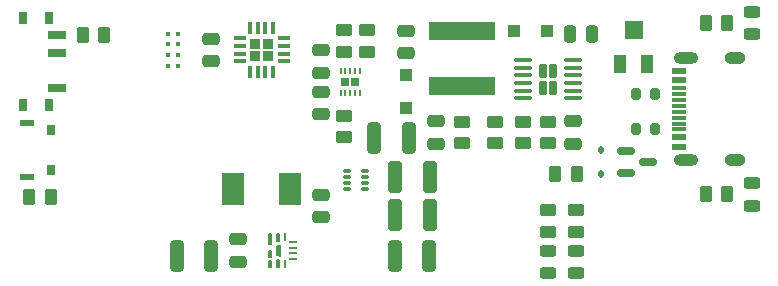
<source format=gbr>
%TF.GenerationSoftware,KiCad,Pcbnew,7.0.6*%
%TF.CreationDate,2023-07-28T15:42:25+03:00*%
%TF.ProjectId,picoups,7069636f-7570-4732-9e6b-696361645f70,1.0*%
%TF.SameCoordinates,Original*%
%TF.FileFunction,Paste,Bot*%
%TF.FilePolarity,Positive*%
%FSLAX46Y46*%
G04 Gerber Fmt 4.6, Leading zero omitted, Abs format (unit mm)*
G04 Created by KiCad (PCBNEW 7.0.6) date 2023-07-28 15:42:25*
%MOMM*%
%LPD*%
G01*
G04 APERTURE LIST*
G04 Aperture macros list*
%AMRoundRect*
0 Rectangle with rounded corners*
0 $1 Rounding radius*
0 $2 $3 $4 $5 $6 $7 $8 $9 X,Y pos of 4 corners*
0 Add a 4 corners polygon primitive as box body*
4,1,4,$2,$3,$4,$5,$6,$7,$8,$9,$2,$3,0*
0 Add four circle primitives for the rounded corners*
1,1,$1+$1,$2,$3*
1,1,$1+$1,$4,$5*
1,1,$1+$1,$6,$7*
1,1,$1+$1,$8,$9*
0 Add four rect primitives between the rounded corners*
20,1,$1+$1,$2,$3,$4,$5,0*
20,1,$1+$1,$4,$5,$6,$7,0*
20,1,$1+$1,$6,$7,$8,$9,0*
20,1,$1+$1,$8,$9,$2,$3,0*%
%AMFreePoly0*
4,1,13,-0.487500,0.037500,-0.484645,0.051851,-0.476517,0.064017,-0.464351,0.072145,-0.450000,0.075000,0.450000,0.075000,0.464351,0.072145,0.476517,0.064017,0.484645,0.051851,0.487500,0.037500,0.487500,-0.075000,-0.487500,-0.075000,-0.487500,0.037500,-0.487500,0.037500,$1*%
G04 Aperture macros list end*
%ADD10C,0.150000*%
%ADD11RoundRect,0.050000X-0.285000X-0.100000X0.285000X-0.100000X0.285000X0.100000X-0.285000X0.100000X0*%
%ADD12RoundRect,0.250000X0.475000X-0.250000X0.475000X0.250000X-0.475000X0.250000X-0.475000X-0.250000X0*%
%ADD13R,5.700000X1.600000*%
%ADD14RoundRect,0.243750X0.456250X-0.243750X0.456250X0.243750X-0.456250X0.243750X-0.456250X-0.243750X0*%
%ADD15RoundRect,0.250000X0.262500X0.450000X-0.262500X0.450000X-0.262500X-0.450000X0.262500X-0.450000X0*%
%ADD16RoundRect,0.172500X0.172500X0.422500X-0.172500X0.422500X-0.172500X-0.422500X0.172500X-0.422500X0*%
%ADD17RoundRect,0.100000X0.625000X0.100000X-0.625000X0.100000X-0.625000X-0.100000X0.625000X-0.100000X0*%
%ADD18R,1.100000X1.600000*%
%ADD19R,1.600000X1.600000*%
%ADD20RoundRect,0.250000X-0.325000X-1.100000X0.325000X-1.100000X0.325000X1.100000X-0.325000X1.100000X0*%
%ADD21RoundRect,0.227500X-0.227500X-0.227500X0.227500X-0.227500X0.227500X0.227500X-0.227500X0.227500X0*%
%ADD22RoundRect,0.087500X-0.425000X-0.087500X0.425000X-0.087500X0.425000X0.087500X-0.425000X0.087500X0*%
%ADD23RoundRect,0.087500X-0.087500X-0.425000X0.087500X-0.425000X0.087500X0.425000X-0.087500X0.425000X0*%
%ADD24RoundRect,0.200000X-0.200000X-0.275000X0.200000X-0.275000X0.200000X0.275000X-0.200000X0.275000X0*%
%ADD25RoundRect,0.250000X-0.450000X0.262500X-0.450000X-0.262500X0.450000X-0.262500X0.450000X0.262500X0*%
%ADD26RoundRect,0.250000X0.250000X0.475000X-0.250000X0.475000X-0.250000X-0.475000X0.250000X-0.475000X0*%
%ADD27RoundRect,0.250000X-0.300000X-0.300000X0.300000X-0.300000X0.300000X0.300000X-0.300000X0.300000X0*%
%ADD28RoundRect,0.250000X0.312500X1.075000X-0.312500X1.075000X-0.312500X-1.075000X0.312500X-1.075000X0*%
%ADD29RoundRect,0.250000X0.450000X-0.262500X0.450000X0.262500X-0.450000X0.262500X-0.450000X-0.262500X0*%
%ADD30RoundRect,0.250000X-0.475000X0.250000X-0.475000X-0.250000X0.475000X-0.250000X0.475000X0.250000X0*%
%ADD31RoundRect,0.112500X-0.112500X0.187500X-0.112500X-0.187500X0.112500X-0.187500X0.112500X0.187500X0*%
%ADD32RoundRect,0.250000X-0.300000X0.300000X-0.300000X-0.300000X0.300000X-0.300000X0.300000X0.300000X0*%
%ADD33RoundRect,0.150000X-0.587500X-0.150000X0.587500X-0.150000X0.587500X0.150000X-0.587500X0.150000X0*%
%ADD34R,0.650000X0.750000*%
%ADD35R,0.200000X0.500000*%
%ADD36R,1.200000X0.600000*%
%ADD37R,0.800000X0.900000*%
%ADD38RoundRect,0.250000X-0.262500X-0.450000X0.262500X-0.450000X0.262500X0.450000X-0.262500X0.450000X0*%
%ADD39FreePoly0,270.000000*%
%ADD40RoundRect,0.062500X-0.062500X0.237500X-0.062500X-0.237500X0.062500X-0.237500X0.062500X0.237500X0*%
%ADD41RoundRect,0.062500X-0.237500X0.062500X-0.237500X-0.062500X0.237500X-0.062500X0.237500X0.062500X0*%
%ADD42R,0.420000X0.400000*%
%ADD43R,1.150000X0.600000*%
%ADD44R,1.150000X0.300000*%
%ADD45O,1.800000X1.000000*%
%ADD46O,2.100000X1.000000*%
%ADD47RoundRect,0.243750X-0.456250X0.243750X-0.456250X-0.243750X0.456250X-0.243750X0.456250X0.243750X0*%
%ADD48R,1.903000X2.790000*%
%ADD49R,0.800000X1.000000*%
%ADD50R,1.500000X0.700000*%
G04 APERTURE END LIST*
D10*
%TO.C,U3*%
X114525000Y-117625000D02*
X114680000Y-117625000D01*
X114680000Y-117625000D02*
X114680000Y-118215000D01*
X114680000Y-118215000D02*
X114525000Y-118215000D01*
X114525000Y-118215000D02*
X114525000Y-117625000D01*
G36*
X114525000Y-117625000D02*
G01*
X114680000Y-117625000D01*
X114680000Y-118215000D01*
X114525000Y-118215000D01*
X114525000Y-117625000D01*
G37*
X113905000Y-117625000D02*
X114055000Y-117625000D01*
X114055000Y-117625000D02*
X114055000Y-118425000D01*
X114055000Y-118425000D02*
X113905000Y-118425000D01*
X113905000Y-118425000D02*
X113905000Y-117625000D01*
G36*
X113905000Y-117625000D02*
G01*
X114055000Y-117625000D01*
X114055000Y-118425000D01*
X113905000Y-118425000D01*
X113905000Y-117625000D01*
G37*
X114525000Y-118590000D02*
X114825000Y-118590000D01*
X114825000Y-118590000D02*
X114825000Y-119410000D01*
X114825000Y-119410000D02*
X114525000Y-119410000D01*
X114525000Y-119410000D02*
X114525000Y-118590000D01*
G36*
X114525000Y-118590000D02*
G01*
X114825000Y-118590000D01*
X114825000Y-119410000D01*
X114525000Y-119410000D01*
X114525000Y-118590000D01*
G37*
X113905000Y-119075000D02*
X114055000Y-119075000D01*
X114055000Y-119075000D02*
X114055000Y-119575000D01*
X114055000Y-119575000D02*
X113905000Y-119575000D01*
X113905000Y-119575000D02*
X113905000Y-119075000D01*
G36*
X113905000Y-119075000D02*
G01*
X114055000Y-119075000D01*
X114055000Y-119575000D01*
X113905000Y-119575000D01*
X113905000Y-119075000D01*
G37*
X114525000Y-119785000D02*
X114680000Y-119785000D01*
X114680000Y-119785000D02*
X114680000Y-120375000D01*
X114680000Y-120375000D02*
X114525000Y-120375000D01*
X114525000Y-120375000D02*
X114525000Y-119785000D01*
G36*
X114525000Y-119785000D02*
G01*
X114680000Y-119785000D01*
X114680000Y-120375000D01*
X114525000Y-120375000D01*
X114525000Y-119785000D01*
G37*
X113905000Y-119925000D02*
X114055000Y-119925000D01*
X114055000Y-119925000D02*
X114055000Y-120375000D01*
X114055000Y-120375000D02*
X113905000Y-120375000D01*
X113905000Y-120375000D02*
X113905000Y-119925000D01*
G36*
X113905000Y-119925000D02*
G01*
X114055000Y-119925000D01*
X114055000Y-120375000D01*
X113905000Y-120375000D01*
X113905000Y-119925000D01*
G37*
%TD*%
D11*
%TO.C,U2*%
X120510000Y-113750000D03*
X120510000Y-113250000D03*
X120510000Y-112750000D03*
X120510000Y-112250000D03*
X121990000Y-112250000D03*
X121990000Y-112750000D03*
X121990000Y-113250000D03*
X121990000Y-113750000D03*
%TD*%
D12*
%TO.C,C2*%
X128000000Y-109950000D03*
X128000000Y-108050000D03*
%TD*%
D13*
%TO.C,L1*%
X130250000Y-100400000D03*
X130250000Y-105100000D03*
%TD*%
D14*
%TO.C,D5*%
X139900000Y-120937500D03*
X139900000Y-119062500D03*
%TD*%
D15*
%TO.C,R5*%
X99912500Y-100750000D03*
X98087500Y-100750000D03*
%TD*%
D16*
%TO.C,U1*%
X137910000Y-105210000D03*
X137910000Y-103790000D03*
X137090000Y-105210000D03*
X137090000Y-103790000D03*
D17*
X139650000Y-102875000D03*
X139650000Y-103525000D03*
X139650000Y-104175000D03*
X139650000Y-104825000D03*
X139650000Y-105475000D03*
X139650000Y-106125000D03*
X135350000Y-106125000D03*
X135350000Y-105475000D03*
X135350000Y-104825000D03*
X135350000Y-104175000D03*
X135350000Y-103525000D03*
X135350000Y-102875000D03*
%TD*%
D18*
%TO.C,RV1*%
X143600000Y-103200000D03*
D19*
X144750000Y-100300000D03*
D18*
X145900000Y-103200000D03*
%TD*%
D20*
%TO.C,C3*%
X124525000Y-112750000D03*
X127475000Y-112750000D03*
%TD*%
D15*
%TO.C,R12*%
X139912500Y-112550000D03*
X138087500Y-112550000D03*
%TD*%
D21*
%TO.C,U5*%
X112725000Y-101475000D03*
X112725000Y-102525000D03*
X113775000Y-101475000D03*
X113775000Y-102525000D03*
D22*
X111387500Y-102975000D03*
X111387500Y-102325000D03*
X111387500Y-101675000D03*
X111387500Y-101025000D03*
D23*
X112275000Y-100137500D03*
X112925000Y-100137500D03*
X113575000Y-100137500D03*
X114225000Y-100137500D03*
D22*
X115112500Y-101025000D03*
X115112500Y-101675000D03*
X115112500Y-102325000D03*
X115112500Y-102975000D03*
D23*
X114225000Y-103862500D03*
X113575000Y-103862500D03*
X112925000Y-103862500D03*
X112275000Y-103862500D03*
%TD*%
D12*
%TO.C,C10*%
X118250000Y-107450000D03*
X118250000Y-105550000D03*
%TD*%
D24*
%TO.C,R13*%
X144925000Y-105750000D03*
X146575000Y-105750000D03*
%TD*%
D12*
%TO.C,C8*%
X111250000Y-119950000D03*
X111250000Y-118050000D03*
%TD*%
D14*
%TO.C,D7*%
X154750000Y-100687500D03*
X154750000Y-98812500D03*
%TD*%
D25*
%TO.C,R7*%
X122150000Y-100337500D03*
X122150000Y-102162500D03*
%TD*%
D26*
%TO.C,C1*%
X141244916Y-100670000D03*
X139344916Y-100670000D03*
%TD*%
D27*
%TO.C,D1*%
X134644916Y-100400000D03*
X137444916Y-100400000D03*
%TD*%
D25*
%TO.C,R6*%
X120250000Y-100337500D03*
X120250000Y-102162500D03*
%TD*%
D28*
%TO.C,R11*%
X109000000Y-119500000D03*
X106075000Y-119500000D03*
%TD*%
D25*
%TO.C,R1*%
X130250000Y-108087500D03*
X130250000Y-109912500D03*
%TD*%
D29*
%TO.C,R8*%
X120250000Y-109412500D03*
X120250000Y-107587500D03*
%TD*%
D30*
%TO.C,C6*%
X139650000Y-108050000D03*
X139650000Y-109950000D03*
%TD*%
D28*
%TO.C,R9*%
X125712500Y-109500000D03*
X122787500Y-109500000D03*
%TD*%
D12*
%TO.C,C9*%
X118250000Y-103950000D03*
X118250000Y-102050000D03*
%TD*%
D29*
%TO.C,R17*%
X139900000Y-117412500D03*
X139900000Y-115587500D03*
%TD*%
D25*
%TO.C,R3*%
X135350000Y-108087500D03*
X135350000Y-109912500D03*
%TD*%
D31*
%TO.C,D3*%
X142000000Y-110450000D03*
X142000000Y-112550000D03*
%TD*%
D32*
%TO.C,D2*%
X125500000Y-104100000D03*
X125500000Y-106900000D03*
%TD*%
D33*
%TO.C,Q1*%
X144125000Y-112450000D03*
X144125000Y-110550000D03*
X146000000Y-111500000D03*
%TD*%
D30*
%TO.C,C5*%
X125500000Y-100400000D03*
X125500000Y-102300000D03*
%TD*%
D34*
%TO.C,U4*%
X121150000Y-104750000D03*
X120350000Y-104750000D03*
D35*
X119950000Y-103800000D03*
X120350000Y-103800000D03*
X120750000Y-103800000D03*
X121150000Y-103800000D03*
X121550000Y-103800000D03*
X121550000Y-105700000D03*
X121150000Y-105700000D03*
X120750000Y-105700000D03*
X120350000Y-105700000D03*
X119950000Y-105700000D03*
%TD*%
D29*
%TO.C,R16*%
X137500000Y-117412500D03*
X137500000Y-115587500D03*
%TD*%
D36*
%TO.C,SW2*%
X93400000Y-108200000D03*
X93400000Y-112800000D03*
D37*
X95400000Y-108800000D03*
X95400000Y-112200000D03*
%TD*%
D25*
%TO.C,R2*%
X133000000Y-108087500D03*
X133000000Y-109912500D03*
%TD*%
D15*
%TO.C,R18*%
X152662500Y-114250000D03*
X150837500Y-114250000D03*
%TD*%
D38*
%TO.C,R15*%
X93587500Y-114500000D03*
X95412500Y-114500000D03*
%TD*%
D39*
%TO.C,U3*%
X114825000Y-119000000D03*
D40*
X115225000Y-117850000D03*
D41*
X115900000Y-118250000D03*
X115900000Y-118750000D03*
X115900000Y-119250000D03*
X115900000Y-119750000D03*
D40*
X115225000Y-120150000D03*
%TD*%
D28*
%TO.C,R10*%
X127462500Y-119500000D03*
X124537500Y-119500000D03*
%TD*%
D42*
%TO.C,U6*%
X105290000Y-100650000D03*
X105290000Y-101550000D03*
X105290000Y-102450000D03*
X105290000Y-103350000D03*
X106210000Y-103350000D03*
X106210000Y-102450000D03*
X106210000Y-101550000D03*
X106210000Y-100650000D03*
%TD*%
D14*
%TO.C,D4*%
X137500000Y-120937500D03*
X137500000Y-119062500D03*
%TD*%
D24*
%TO.C,R14*%
X144925000Y-108750000D03*
X146575000Y-108750000D03*
%TD*%
D43*
%TO.C,J3*%
X148570000Y-103800000D03*
X148570000Y-104600000D03*
D44*
X148570000Y-105750000D03*
X148570000Y-106750000D03*
X148570000Y-107250000D03*
X148570000Y-108250000D03*
D43*
X148570000Y-109400000D03*
X148570000Y-110200000D03*
X148570000Y-110200000D03*
X148570000Y-109400000D03*
D44*
X148570000Y-108750000D03*
X148570000Y-107750000D03*
X148570000Y-106250000D03*
X148570000Y-105250000D03*
D43*
X148570000Y-104600000D03*
X148570000Y-103800000D03*
D45*
X153325000Y-102680000D03*
D46*
X149145000Y-102680000D03*
D45*
X153325000Y-111320000D03*
D46*
X149145000Y-111320000D03*
%TD*%
D47*
%TO.C,D6*%
X154750000Y-113312500D03*
X154750000Y-115187500D03*
%TD*%
D12*
%TO.C,C11*%
X109000000Y-102950000D03*
X109000000Y-101050000D03*
%TD*%
D20*
%TO.C,C4*%
X124525000Y-116000000D03*
X127475000Y-116000000D03*
%TD*%
D48*
%TO.C,L2*%
X115676500Y-113750000D03*
X110823500Y-113750000D03*
%TD*%
D30*
%TO.C,C7*%
X118250000Y-114300000D03*
X118250000Y-116200000D03*
%TD*%
D15*
%TO.C,R19*%
X152662500Y-99750000D03*
X150837500Y-99750000D03*
%TD*%
D29*
%TO.C,R4*%
X137500000Y-109912500D03*
X137500000Y-108087500D03*
%TD*%
D49*
%TO.C,SW1*%
X93070000Y-106650000D03*
X95280000Y-106650000D03*
X93070000Y-99350000D03*
X95280000Y-99350000D03*
D50*
X95930000Y-105250000D03*
X95930000Y-102250000D03*
X95930000Y-100750000D03*
%TD*%
M02*

</source>
